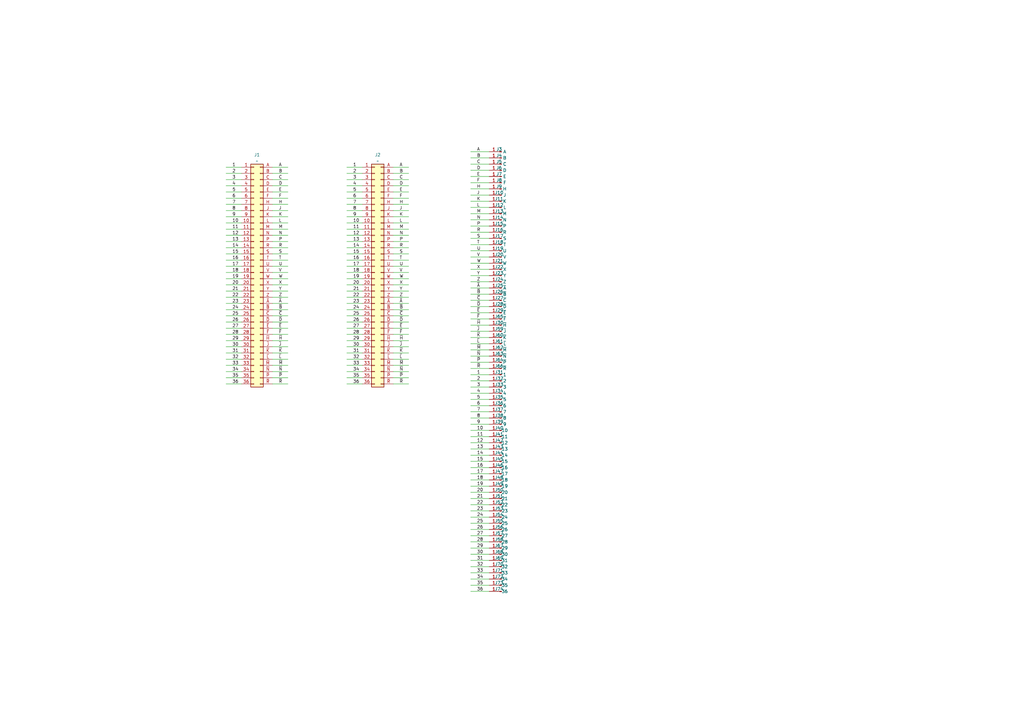
<source format=kicad_sch>
(kicad_sch (version 20231120) (generator "eeschema") (generator_version "8.0")
  (paper "A3")
  (lib_symbols
    (symbol "CompLibrary:Conn_02x36_NumLetter" (pin_names hide)
      (property "Reference" "J" (at 0 0 0))
      (symbol "Conn_02x36_NumLetter_1_1"
        (pin passive line (at -6.35 -2.54 0) (length 3.81) (name "Pin_1") (number "1"))
        (pin passive line (at -6.35 -25.4 0) (length 3.81) (name "Pin_10") (number "10"))
        (pin passive line (at -6.35 -27.94 0) (length 3.81) (name "Pin_11") (number "11"))
        (pin passive line (at -6.35 -30.48 0) (length 3.81) (name "Pin_12") (number "12"))
        (pin passive line (at -6.35 -33.02 0) (length 3.81) (name "Pin_13") (number "13"))
        (pin passive line (at -6.35 -35.56 0) (length 3.81) (name "Pin_14") (number "14"))
        (pin passive line (at -6.35 -38.1 0) (length 3.81) (name "Pin_15") (number "15"))
        (pin passive line (at -6.35 -40.64 0) (length 3.81) (name "Pin_16") (number "16"))
        (pin passive line (at -6.35 -43.18 0) (length 3.81) (name "Pin_17") (number "17"))
        (pin passive line (at -6.35 -45.72 0) (length 3.81) (name "Pin_18") (number "18"))
        (pin passive line (at -6.35 -48.26 0) (length 3.81) (name "Pin_19") (number "19"))
        (pin passive line (at -6.35 -5.08 0) (length 3.81) (name "Pin_2") (number "2"))
        (pin passive line (at -6.35 -50.8 0) (length 3.81) (name "Pin_20") (number "20"))
        (pin passive line (at -6.35 -53.34 0) (length 3.81) (name "Pin_21") (number "21"))
        (pin passive line (at -6.35 -55.88 0) (length 3.81) (name "Pin_22") (number "22"))
        (pin passive line (at -6.35 -58.42 0) (length 3.81) (name "Pin_23") (number "23"))
        (pin passive line (at -6.35 -60.96 0) (length 3.81) (name "Pin_24") (number "24"))
        (pin passive line (at -6.35 -63.5 0) (length 3.81) (name "Pin_25") (number "25"))
        (pin passive line (at -6.35 -66.04 0) (length 3.81) (name "Pin_26") (number "26"))
        (pin passive line (at -6.35 -68.58 0) (length 3.81) (name "Pin_27") (number "27"))
        (pin passive line (at -6.35 -71.12 0) (length 3.81) (name "Pin_28") (number "28"))
        (pin passive line (at -6.35 -73.66 0) (length 3.81) (name "Pin_29") (number "29"))
        (pin passive line (at -6.35 -7.62 0) (length 3.81) (name "Pin_3") (number "3"))
        (pin passive line (at -6.35 -76.2 0) (length 3.81) (name "Pin_30") (number "30"))
        (pin passive line (at -6.35 -78.74 0) (length 3.81) (name "Pin_31") (number "31"))
        (pin passive line (at -6.35 -81.28 0) (length 3.81) (name "Pin_32") (number "32"))
        (pin passive line (at -6.35 -83.82 0) (length 3.81) (name "Pin_33") (number "33"))
        (pin passive line (at -6.35 -86.36 0) (length 3.81) (name "Pin_34") (number "34"))
        (pin passive line (at -6.35 -88.9 0) (length 3.81) (name "Pin_35") (number "35"))
        (pin passive line (at -6.35 -91.44 0) (length 3.81) (name "Pin_36") (number "36"))
        (pin passive line (at -6.35 -10.16 0) (length 3.81) (name "Pin_4") (number "4"))
        (pin passive line (at -6.35 -12.7 0) (length 3.81) (name "Pin_5") (number "5"))
        (pin passive line (at -6.35 -15.24 0) (length 3.81) (name "Pin_6") (number "6"))
        (pin passive line (at -6.35 -17.78 0) (length 3.81) (name "Pin_7") (number "7"))
        (pin passive line (at -6.35 -20.32 0) (length 3.81) (name "Pin_8") (number "8"))
        (pin passive line (at -6.35 -22.86 0) (length 3.81) (name "Pin_9") (number "9"))
        (pin passive line (at 6.35 -2.54 180) (length 3.81) (name "Pin_A") (number "A"))
        (pin passive line (at 6.35 -5.08 180) (length 3.81) (name "Pin_B") (number "B"))
        (pin passive line (at 6.35 -7.62 180) (length 3.81) (name "Pin_C") (number "C"))
        (pin passive line (at 6.35 -10.16 180) (length 3.81) (name "Pin_D") (number "D"))
        (pin passive line (at 6.35 -12.7 180) (length 3.81) (name "Pin_E") (number "E"))
        (pin passive line (at 6.35 -15.24 180) (length 3.81) (name "Pin_F") (number "F"))
        (pin passive line (at 6.35 -17.78 180) (length 3.81) (name "Pin_H") (number "H"))
        (pin passive line (at 6.35 -20.32 180) (length 3.81) (name "Pin_J") (number "J"))
        (pin passive line (at 6.35 -22.86 180) (length 3.81) (name "Pin_K") (number "K"))
        (pin passive line (at 6.35 -25.4 180) (length 3.81) (name "Pin_L") (number "L"))
        (pin passive line (at 6.35 -27.94 180) (length 3.81) (name "Pin_M") (number "M"))
        (pin passive line (at 6.35 -30.48 180) (length 3.81) (name "Pin_N") (number "N"))
        (pin passive line (at 6.35 -33.02 180) (length 3.81) (name "Pin_P") (number "P"))
        (pin passive line (at 6.35 -35.56 180) (length 3.81) (name "Pin_R") (number "R"))
        (pin passive line (at 6.35 -38.1 180) (length 3.81) (name "Pin_S") (number "S"))
        (pin passive line (at 6.35 -40.64 180) (length 3.81) (name "Pin_T") (number "T"))
        (pin passive line (at 6.35 -43.18 180) (length 3.81) (name "Pin_U") (number "U"))
        (pin passive line (at 6.35 -45.72 180) (length 3.81) (name "Pin_V") (number "V"))
        (pin passive line (at 6.35 -48.26 180) (length 3.81) (name "Pin_W") (number "W"))
        (pin passive line (at 6.35 -50.8 180) (length 3.81) (name "Pin_X") (number "X"))
        (pin passive line (at 6.35 -53.34 180) (length 3.81) (name "Pin_Y") (number "Y"))
        (pin passive line (at 6.35 -55.88 180) (length 3.81) (name "Pin_Z") (number "Z"))
        (pin passive line (at 6.35 -58.42 180) (length 3.81) (name "Pin_~{A}") (number "~{A}"))
        (pin passive line (at 6.35 -60.96 180) (length 3.81) (name "Pin_~{B}") (number "~{B}"))
        (pin passive line (at 6.35 -63.5 180) (length 3.81) (name "Pin_~{C}") (number "~{C}"))
        (pin passive line (at 6.35 -66.04 180) (length 3.81) (name "Pin_~{D}") (number "~{D}"))
        (pin passive line (at 6.35 -68.58 180) (length 3.81) (name "Pin_~{E}") (number "~{E}"))
        (pin passive line (at 6.35 -71.12 180) (length 3.81) (name "Pin_~{F}") (number "~{F}"))
        (pin passive line (at 6.35 -73.66 180) (length 3.81) (name "Pin_~{H}") (number "~{H}"))
        (pin passive line (at 6.35 -76.2 180) (length 3.81) (name "Pin_~{J}") (number "~{J}"))
        (pin passive line (at 6.35 -78.74 180) (length 3.81) (name "Pin_~{K}") (number "~{K}"))
        (pin passive line (at 6.35 -81.28 180) (length 3.81) (name "Pin_~{L}") (number "~{L}"))
        (pin passive line (at 6.35 -83.82 180) (length 3.81) (name "Pin_~{M}") (number "~{M}"))
        (pin passive line (at 6.35 -86.36 180) (length 3.81) (name "Pin_~{N}") (number "~{N}"))
        (pin passive line (at 6.35 -88.9 180) (length 3.81) (name "Pin_~{P}") (number "~{P}"))
        (pin passive line (at 6.35 -91.44 180) (length 3.81) (name "Pin_~{R}") (number "~{R}"))
      )
    )
    (symbol "Connector:Conn_01x01_Pin" (pin_names (offset 1.016) hide)
      (property "Reference" "J" (at 0 2.54 0))
      (property "Value" "Conn_01x01_Pin" (at 0 -2.54 0))
      (symbol "Conn_01x01_Pin_1_1"
        (pin passive line (at 5.08 0 180) (length 3.81) (name "Pin_1") (number "1"))
      )
    )
  )
  (wire (pts (xy 193.04 242.57) (xy 200.66 242.57)))
  (wire (pts (xy 142.24 119.38) (xy 148.59 119.38)))
  (wire (pts (xy 111.76 68.58) (xy 118.11 68.58)))
  (wire (pts (xy 161.29 86.36) (xy 167.64 86.36)))
  (wire (pts (xy 193.04 227.33) (xy 200.66 227.33)))
  (wire (pts (xy 111.76 116.84) (xy 118.11 116.84)))
  (wire (pts (xy 193.04 214.63) (xy 200.66 214.63)))
  (wire (pts (xy 142.24 124.46) (xy 148.59 124.46)))
  (wire (pts (xy 193.04 173.99) (xy 200.66 173.99)))
  (wire (pts (xy 193.04 74.93) (xy 200.66 74.93)))
  (wire (pts (xy 142.24 132.08) (xy 148.59 132.08)))
  (wire (pts (xy 161.29 152.4) (xy 167.64 152.4)))
  (wire (pts (xy 161.29 88.9) (xy 167.64 88.9)))
  (wire (pts (xy 92.71 157.48) (xy 99.06 157.48)))
  (wire (pts (xy 193.04 232.41) (xy 200.66 232.41)))
  (wire (pts (xy 193.04 179.07) (xy 200.66 179.07)))
  (wire (pts (xy 193.04 105.41) (xy 200.66 105.41)))
  (wire (pts (xy 142.24 81.28) (xy 148.59 81.28)))
  (wire (pts (xy 193.04 199.39) (xy 200.66 199.39)))
  (wire (pts (xy 193.04 237.49) (xy 200.66 237.49)))
  (wire (pts (xy 111.76 78.74) (xy 118.11 78.74)))
  (wire (pts (xy 92.71 139.7) (xy 99.06 139.7)))
  (wire (pts (xy 193.04 143.51) (xy 200.66 143.51)))
  (wire (pts (xy 193.04 222.25) (xy 200.66 222.25)))
  (wire (pts (xy 193.04 184.15) (xy 200.66 184.15)))
  (wire (pts (xy 142.24 121.92) (xy 148.59 121.92)))
  (wire (pts (xy 92.71 93.98) (xy 99.06 93.98)))
  (wire (pts (xy 161.29 78.74) (xy 167.64 78.74)))
  (wire (pts (xy 111.76 144.78) (xy 118.11 144.78)))
  (wire (pts (xy 111.76 132.08) (xy 118.11 132.08)))
  (wire (pts (xy 161.29 73.66) (xy 167.64 73.66)))
  (wire (pts (xy 142.24 78.74) (xy 148.59 78.74)))
  (wire (pts (xy 161.29 81.28) (xy 167.64 81.28)))
  (wire (pts (xy 111.76 96.52) (xy 118.11 96.52)))
  (wire (pts (xy 142.24 116.84) (xy 148.59 116.84)))
  (wire (pts (xy 111.76 83.82) (xy 118.11 83.82)))
  (wire (pts (xy 193.04 62.23) (xy 200.66 62.23)))
  (wire (pts (xy 193.04 229.87) (xy 200.66 229.87)))
  (wire (pts (xy 193.04 148.59) (xy 200.66 148.59)))
  (wire (pts (xy 193.04 171.45) (xy 200.66 171.45)))
  (wire (pts (xy 111.76 149.86) (xy 118.11 149.86)))
  (wire (pts (xy 193.04 95.25) (xy 200.66 95.25)))
  (wire (pts (xy 92.71 76.2) (xy 99.06 76.2)))
  (wire (pts (xy 142.24 147.32) (xy 148.59 147.32)))
  (wire (pts (xy 111.76 139.7) (xy 118.11 139.7)))
  (wire (pts (xy 92.71 129.54) (xy 99.06 129.54)))
  (wire (pts (xy 92.71 147.32) (xy 99.06 147.32)))
  (wire (pts (xy 193.04 77.47) (xy 200.66 77.47)))
  (wire (pts (xy 161.29 96.52) (xy 167.64 96.52)))
  (wire (pts (xy 161.29 119.38) (xy 167.64 119.38)))
  (wire (pts (xy 193.04 128.27) (xy 200.66 128.27)))
  (wire (pts (xy 92.71 149.86) (xy 99.06 149.86)))
  (wire (pts (xy 142.24 93.98) (xy 148.59 93.98)))
  (wire (pts (xy 193.04 204.47) (xy 200.66 204.47)))
  (wire (pts (xy 161.29 139.7) (xy 167.64 139.7)))
  (wire (pts (xy 161.29 101.6) (xy 167.64 101.6)))
  (wire (pts (xy 161.29 68.58) (xy 167.64 68.58)))
  (wire (pts (xy 193.04 115.57) (xy 200.66 115.57)))
  (wire (pts (xy 161.29 157.48) (xy 167.64 157.48)))
  (wire (pts (xy 92.71 91.44) (xy 99.06 91.44)))
  (wire (pts (xy 142.24 104.14) (xy 148.59 104.14)))
  (wire (pts (xy 193.04 110.49) (xy 200.66 110.49)))
  (wire (pts (xy 161.29 142.24) (xy 167.64 142.24)))
  (wire (pts (xy 142.24 142.24) (xy 148.59 142.24)))
  (wire (pts (xy 193.04 219.71) (xy 200.66 219.71)))
  (wire (pts (xy 161.29 76.2) (xy 167.64 76.2)))
  (wire (pts (xy 142.24 106.68) (xy 148.59 106.68)))
  (wire (pts (xy 142.24 71.12) (xy 148.59 71.12)))
  (wire (pts (xy 193.04 64.77) (xy 200.66 64.77)))
  (wire (pts (xy 111.76 86.36) (xy 118.11 86.36)))
  (wire (pts (xy 193.04 224.79) (xy 200.66 224.79)))
  (wire (pts (xy 111.76 99.06) (xy 118.11 99.06)))
  (wire (pts (xy 92.71 88.9) (xy 99.06 88.9)))
  (wire (pts (xy 161.29 147.32) (xy 167.64 147.32)))
  (wire (pts (xy 193.04 82.55) (xy 200.66 82.55)))
  (wire (pts (xy 111.76 142.24) (xy 118.11 142.24)))
  (wire (pts (xy 193.04 90.17) (xy 200.66 90.17)))
  (wire (pts (xy 142.24 88.9) (xy 148.59 88.9)))
  (wire (pts (xy 161.29 111.76) (xy 167.64 111.76)))
  (wire (pts (xy 142.24 154.94) (xy 148.59 154.94)))
  (wire (pts (xy 161.29 93.98) (xy 167.64 93.98)))
  (wire (pts (xy 193.04 125.73) (xy 200.66 125.73)))
  (wire (pts (xy 193.04 146.05) (xy 200.66 146.05)))
  (wire (pts (xy 142.24 137.16) (xy 148.59 137.16)))
  (wire (pts (xy 193.04 212.09) (xy 200.66 212.09)))
  (wire (pts (xy 142.24 114.3) (xy 148.59 114.3)))
  (wire (pts (xy 193.04 85.09) (xy 200.66 85.09)))
  (wire (pts (xy 193.04 168.91) (xy 200.66 168.91)))
  (wire (pts (xy 92.71 132.08) (xy 99.06 132.08)))
  (wire (pts (xy 193.04 102.87) (xy 200.66 102.87)))
  (wire (pts (xy 193.04 158.75) (xy 200.66 158.75)))
  (wire (pts (xy 111.76 119.38) (xy 118.11 119.38)))
  (wire (pts (xy 111.76 106.68) (xy 118.11 106.68)))
  (wire (pts (xy 111.76 129.54) (xy 118.11 129.54)))
  (wire (pts (xy 92.71 101.6) (xy 99.06 101.6)))
  (wire (pts (xy 161.29 83.82) (xy 167.64 83.82)))
  (wire (pts (xy 92.71 127) (xy 99.06 127)))
  (wire (pts (xy 111.76 73.66) (xy 118.11 73.66)))
  (wire (pts (xy 142.24 139.7) (xy 148.59 139.7)))
  (wire (pts (xy 92.71 144.78) (xy 99.06 144.78)))
  (wire (pts (xy 161.29 144.78) (xy 167.64 144.78)))
  (wire (pts (xy 193.04 201.93) (xy 200.66 201.93)))
  (wire (pts (xy 92.71 121.92) (xy 99.06 121.92)))
  (wire (pts (xy 161.29 71.12) (xy 167.64 71.12)))
  (wire (pts (xy 92.71 99.06) (xy 99.06 99.06)))
  (wire (pts (xy 193.04 217.17) (xy 200.66 217.17)))
  (wire (pts (xy 111.76 121.92) (xy 118.11 121.92)))
  (wire (pts (xy 142.24 109.22) (xy 148.59 109.22)))
  (wire (pts (xy 92.71 116.84) (xy 99.06 116.84)))
  (wire (pts (xy 193.04 107.95) (xy 200.66 107.95)))
  (wire (pts (xy 92.71 71.12) (xy 99.06 71.12)))
  (wire (pts (xy 193.04 123.19) (xy 200.66 123.19)))
  (wire (pts (xy 142.24 149.86) (xy 148.59 149.86)))
  (wire (pts (xy 92.71 73.66) (xy 99.06 73.66)))
  (wire (pts (xy 142.24 99.06) (xy 148.59 99.06)))
  (wire (pts (xy 92.71 154.94) (xy 99.06 154.94)))
  (wire (pts (xy 161.29 149.86) (xy 167.64 149.86)))
  (wire (pts (xy 161.29 109.22) (xy 167.64 109.22)))
  (wire (pts (xy 111.76 71.12) (xy 118.11 71.12)))
  (wire (pts (xy 111.76 152.4) (xy 118.11 152.4)))
  (wire (pts (xy 92.71 124.46) (xy 99.06 124.46)))
  (wire (pts (xy 193.04 87.63) (xy 200.66 87.63)))
  (wire (pts (xy 161.29 134.62) (xy 167.64 134.62)))
  (wire (pts (xy 193.04 207.01) (xy 200.66 207.01)))
  (wire (pts (xy 193.04 120.65) (xy 200.66 120.65)))
  (wire (pts (xy 193.04 118.11) (xy 200.66 118.11)))
  (wire (pts (xy 142.24 144.78) (xy 148.59 144.78)))
  (wire (pts (xy 142.24 73.66) (xy 148.59 73.66)))
  (wire (pts (xy 142.24 101.6) (xy 148.59 101.6)))
  (wire (pts (xy 142.24 129.54) (xy 148.59 129.54)))
  (wire (pts (xy 92.71 96.52) (xy 99.06 96.52)))
  (wire (pts (xy 161.29 106.68) (xy 167.64 106.68)))
  (wire (pts (xy 111.76 134.62) (xy 118.11 134.62)))
  (wire (pts (xy 161.29 99.06) (xy 167.64 99.06)))
  (wire (pts (xy 193.04 135.89) (xy 200.66 135.89)))
  (wire (pts (xy 111.76 88.9) (xy 118.11 88.9)))
  (wire (pts (xy 193.04 194.31) (xy 200.66 194.31)))
  (wire (pts (xy 142.24 134.62) (xy 148.59 134.62)))
  (wire (pts (xy 111.76 127) (xy 118.11 127)))
  (wire (pts (xy 111.76 137.16) (xy 118.11 137.16)))
  (wire (pts (xy 161.29 114.3) (xy 167.64 114.3)))
  (wire (pts (xy 193.04 163.83) (xy 200.66 163.83)))
  (wire (pts (xy 111.76 104.14) (xy 118.11 104.14)))
  (wire (pts (xy 142.24 157.48) (xy 148.59 157.48)))
  (wire (pts (xy 111.76 154.94) (xy 118.11 154.94)))
  (wire (pts (xy 92.71 111.76) (xy 99.06 111.76)))
  (wire (pts (xy 161.29 127) (xy 167.64 127)))
  (wire (pts (xy 92.71 114.3) (xy 99.06 114.3)))
  (wire (pts (xy 111.76 111.76) (xy 118.11 111.76)))
  (wire (pts (xy 92.71 104.14) (xy 99.06 104.14)))
  (wire (pts (xy 193.04 189.23) (xy 200.66 189.23)))
  (wire (pts (xy 193.04 92.71) (xy 200.66 92.71)))
  (wire (pts (xy 92.71 152.4) (xy 99.06 152.4)))
  (wire (pts (xy 193.04 113.03) (xy 200.66 113.03)))
  (wire (pts (xy 193.04 138.43) (xy 200.66 138.43)))
  (wire (pts (xy 193.04 166.37) (xy 200.66 166.37)))
  (wire (pts (xy 161.29 124.46) (xy 167.64 124.46)))
  (wire (pts (xy 193.04 140.97) (xy 200.66 140.97)))
  (wire (pts (xy 92.71 78.74) (xy 99.06 78.74)))
  (wire (pts (xy 193.04 100.33) (xy 200.66 100.33)))
  (wire (pts (xy 161.29 121.92) (xy 167.64 121.92)))
  (wire (pts (xy 142.24 152.4) (xy 148.59 152.4)))
  (wire (pts (xy 193.04 186.69) (xy 200.66 186.69)))
  (wire (pts (xy 161.29 137.16) (xy 167.64 137.16)))
  (wire (pts (xy 161.29 129.54) (xy 167.64 129.54)))
  (wire (pts (xy 92.71 68.58) (xy 99.06 68.58)))
  (wire (pts (xy 111.76 147.32) (xy 118.11 147.32)))
  (wire (pts (xy 111.76 101.6) (xy 118.11 101.6)))
  (wire (pts (xy 92.71 106.68) (xy 99.06 106.68)))
  (wire (pts (xy 193.04 196.85) (xy 200.66 196.85)))
  (wire (pts (xy 142.24 91.44) (xy 148.59 91.44)))
  (wire (pts (xy 193.04 153.67) (xy 200.66 153.67)))
  (wire (pts (xy 161.29 154.94) (xy 167.64 154.94)))
  (wire (pts (xy 111.76 114.3) (xy 118.11 114.3)))
  (wire (pts (xy 193.04 161.29) (xy 200.66 161.29)))
  (wire (pts (xy 193.04 67.31) (xy 200.66 67.31)))
  (wire (pts (xy 161.29 91.44) (xy 167.64 91.44)))
  (wire (pts (xy 193.04 240.03) (xy 200.66 240.03)))
  (wire (pts (xy 193.04 151.13) (xy 200.66 151.13)))
  (wire (pts (xy 193.04 176.53) (xy 200.66 176.53)))
  (wire (pts (xy 193.04 181.61) (xy 200.66 181.61)))
  (wire (pts (xy 193.04 130.81) (xy 200.66 130.81)))
  (wire (pts (xy 142.24 96.52) (xy 148.59 96.52)))
  (wire (pts (xy 92.71 134.62) (xy 99.06 134.62)))
  (wire (pts (xy 161.29 132.08) (xy 167.64 132.08)))
  (wire (pts (xy 142.24 76.2) (xy 148.59 76.2)))
  (wire (pts (xy 92.71 109.22) (xy 99.06 109.22)))
  (wire (pts (xy 92.71 142.24) (xy 99.06 142.24)))
  (wire (pts (xy 193.04 72.39) (xy 200.66 72.39)))
  (wire (pts (xy 193.04 133.35) (xy 200.66 133.35)))
  (wire (pts (xy 193.04 80.01) (xy 200.66 80.01)))
  (wire (pts (xy 111.76 81.28) (xy 118.11 81.28)))
  (wire (pts (xy 142.24 127) (xy 148.59 127)))
  (wire (pts (xy 111.76 93.98) (xy 118.11 93.98)))
  (wire (pts (xy 111.76 124.46) (xy 118.11 124.46)))
  (wire (pts (xy 193.04 191.77) (xy 200.66 191.77)))
  (wire (pts (xy 193.04 97.79) (xy 200.66 97.79)))
  (wire (pts (xy 193.04 234.95) (xy 200.66 234.95)))
  (wire (pts (xy 161.29 104.14) (xy 167.64 104.14)))
  (wire (pts (xy 111.76 91.44) (xy 118.11 91.44)))
  (wire (pts (xy 193.04 209.55) (xy 200.66 209.55)))
  (wire (pts (xy 92.71 119.38) (xy 99.06 119.38)))
  (wire (pts (xy 161.29 116.84) (xy 167.64 116.84)))
  (wire (pts (xy 111.76 109.22) (xy 118.11 109.22)))
  (wire (pts (xy 193.04 156.21) (xy 200.66 156.21)))
  (wire (pts (xy 193.04 69.85) (xy 200.66 69.85)))
  (wire (pts (xy 92.71 83.82) (xy 99.06 83.82)))
  (wire (pts (xy 92.71 137.16) (xy 99.06 137.16)))
  (wire (pts (xy 142.24 83.82) (xy 148.59 83.82)))
  (wire (pts (xy 92.71 81.28) (xy 99.06 81.28)))
  (wire (pts (xy 142.24 86.36) (xy 148.59 86.36)))
  (wire (pts (xy 92.71 86.36) (xy 99.06 86.36)))
  (wire (pts (xy 142.24 111.76) (xy 148.59 111.76)))
  (wire (pts (xy 111.76 157.48) (xy 118.11 157.48)))
  (wire (pts (xy 111.76 76.2) (xy 118.11 76.2)))
  (wire (pts (xy 142.24 68.58) (xy 148.59 68.58)))
  (label "19" (at 144.78 114.3 0))
  (label "9" (at 95.25 88.9 0))
  (label "~{L}" (at 163.83 147.32 0))
  (label "M" (at 114.3 93.98 0))
  (label "27" (at 95.25 134.62 0))
  (label "28" (at 144.78 137.16 0))
  (label "~{P}" (at 163.83 154.94 0))
  (label "25" (at 95.25 129.54 0))
  (label "35" (at 195.58 240.03 0))
  (label "~{H}" (at 195.58 133.35 0))
  (label "16" (at 95.25 106.68 0))
  (label "34" (at 195.58 237.49 0))
  (label "33" (at 195.58 234.95 0))
  (label "21" (at 195.58 204.47 0))
  (label "35" (at 144.78 154.94 0))
  (label "K" (at 163.83 88.9 0))
  (label "32" (at 195.58 232.41 0))
  (label "B" (at 163.83 71.12 0))
  (label "14" (at 144.78 101.6 0))
  (label "13" (at 95.25 99.06 0))
  (label "M" (at 163.83 93.98 0))
  (label "R" (at 163.83 101.6 0))
  (label "~{A}" (at 195.58 118.11 0))
  (label "30" (at 144.78 142.24 0))
  (label "D" (at 114.3 76.2 0))
  (label "15" (at 195.58 189.23 0))
  (label "D" (at 195.58 69.85 0))
  (label "S" (at 195.58 97.79 0))
  (label "~{N}" (at 114.3 152.4 0))
  (label "W" (at 195.58 107.95 0))
  (label "18" (at 195.58 196.85 0))
  (label "~{N}" (at 195.58 146.05 0))
  (label "21" (at 95.25 119.38 0))
  (label "~{P}" (at 114.3 154.94 0))
  (label "26" (at 95.25 132.08 0))
  (label "F" (at 163.83 81.28 0))
  (label "36" (at 195.58 242.57 0))
  (label "10" (at 144.78 91.44 0))
  (label "4" (at 195.58 161.29 0))
  (label "S" (at 114.3 104.14 0))
  (label "~{R}" (at 114.3 157.48 0))
  (label "~{F}" (at 163.83 137.16 0))
  (label "25" (at 195.58 214.63 0))
  (label "V" (at 195.58 105.41 0))
  (label "C" (at 163.83 73.66 0))
  (label "N" (at 195.58 90.17 0))
  (label "~{C}" (at 163.83 129.54 0))
  (label "2" (at 195.58 156.21 0))
  (label "7" (at 195.58 168.91 0))
  (label "23" (at 195.58 209.55 0))
  (label "~{M}" (at 195.58 143.51 0))
  (label "4" (at 144.78 76.2 0))
  (label "23" (at 95.25 124.46 0))
  (label "J" (at 195.58 80.01 0))
  (label "3" (at 195.58 158.75 0))
  (label "13" (at 195.58 184.15 0))
  (label "Y" (at 114.3 119.38 0))
  (label "~{E}" (at 114.3 134.62 0))
  (label "17" (at 95.25 109.22 0))
  (label "5" (at 95.25 78.74 0))
  (label "~{D}" (at 114.3 132.08 0))
  (label "8" (at 95.25 86.36 0))
  (label "~{L}" (at 195.58 140.97 0))
  (label "1" (at 144.78 68.58 0))
  (label "7" (at 144.78 83.82 0))
  (label "K" (at 114.3 88.9 0))
  (label "~{M}" (at 114.3 149.86 0))
  (label "9" (at 195.58 173.99 0))
  (label "32" (at 144.78 147.32 0))
  (label "23" (at 144.78 124.46 0))
  (label "36" (at 95.25 157.48 0))
  (label "~{H}" (at 163.83 139.7 0))
  (label "~{D}" (at 195.58 125.73 0))
  (label "~{R}" (at 195.58 151.13 0))
  (label "15" (at 95.25 104.14 0))
  (label "15" (at 144.78 104.14 0))
  (label "M" (at 195.58 87.63 0))
  (label "F" (at 195.58 74.93 0))
  (label "~{K}" (at 163.83 144.78 0))
  (label "Z" (at 195.58 115.57 0))
  (label "~{E}" (at 195.58 128.27 0))
  (label "24" (at 195.58 212.09 0))
  (label "34" (at 144.78 152.4 0))
  (label "6" (at 95.25 81.28 0))
  (label "16" (at 195.58 191.77 0))
  (label "D" (at 163.83 76.2 0))
  (label "29" (at 144.78 139.7 0))
  (label "26" (at 144.78 132.08 0))
  (label "~{B}" (at 163.83 127 0))
  (label "A" (at 163.83 68.58 0))
  (label "2" (at 144.78 71.12 0))
  (label "Z" (at 114.3 121.92 0))
  (label "Y" (at 163.83 119.38 0))
  (label "J" (at 114.3 86.36 0))
  (label "V" (at 114.3 111.76 0))
  (label "B" (at 195.58 64.77 0))
  (label "J" (at 163.83 86.36 0))
  (label "P" (at 114.3 99.06 0))
  (label "~{A}" (at 163.83 124.46 0))
  (label "27" (at 195.58 219.71 0))
  (label "17" (at 144.78 109.22 0))
  (label "N" (at 163.83 96.52 0))
  (label "X" (at 163.83 116.84 0))
  (label "8" (at 144.78 86.36 0))
  (label "22" (at 195.58 207.01 0))
  (label "27" (at 144.78 134.62 0))
  (label "21" (at 144.78 119.38 0))
  (label "F" (at 114.3 81.28 0))
  (label "14" (at 95.25 101.6 0))
  (label "~{N}" (at 163.83 152.4 0))
  (label "30" (at 95.25 142.24 0))
  (label "31" (at 144.78 144.78 0))
  (label "R" (at 195.58 95.25 0))
  (label "20" (at 195.58 201.93 0))
  (label "R" (at 114.3 101.6 0))
  (label "~{P}" (at 195.58 148.59 0))
  (label "9" (at 144.78 88.9 0))
  (label "28" (at 95.25 137.16 0))
  (label "E" (at 195.58 72.39 0))
  (label "29" (at 195.58 224.79 0))
  (label "31" (at 195.58 229.87 0))
  (label "~{K}" (at 195.58 138.43 0))
  (label "10" (at 195.58 176.53 0))
  (label "5" (at 144.78 78.74 0))
  (label "U" (at 114.3 109.22 0))
  (label "3" (at 95.25 73.66 0))
  (label "19" (at 95.25 114.3 0))
  (label "~{K}" (at 114.3 144.78 0))
  (label "33" (at 95.25 149.86 0))
  (label "1" (at 95.25 68.58 0))
  (label "C" (at 195.58 67.31 0))
  (label "~{F}" (at 195.58 130.81 0))
  (label "30" (at 195.58 227.33 0))
  (label "14" (at 195.58 186.69 0))
  (label "3" (at 144.78 73.66 0))
  (label "35" (at 95.25 154.94 0))
  (label "24" (at 95.25 127 0))
  (label "4" (at 95.25 76.2 0))
  (label "H" (at 163.83 83.82 0))
  (label "A" (at 195.58 62.23 0))
  (label "T" (at 195.58 100.33 0))
  (label "18" (at 144.78 111.76 0))
  (label "17" (at 195.58 194.31 0))
  (label "11" (at 95.25 93.98 0))
  (label "~{R}" (at 163.83 157.48 0))
  (label "B" (at 114.3 71.12 0))
  (label "~{H}" (at 114.3 139.7 0))
  (label "31" (at 95.25 144.78 0))
  (label "24" (at 144.78 127 0))
  (label "2" (at 95.25 71.12 0))
  (label "C" (at 114.3 73.66 0))
  (label "L" (at 195.58 85.09 0))
  (label "E" (at 163.83 78.74 0))
  (label "~{E}" (at 163.83 134.62 0))
  (label "H" (at 195.58 77.47 0))
  (label "34" (at 95.25 152.4 0))
  (label "~{D}" (at 163.83 132.08 0))
  (label "13" (at 144.78 99.06 0))
  (label "Y" (at 195.58 113.03 0))
  (label "25" (at 144.78 129.54 0))
  (label "T" (at 163.83 106.68 0))
  (label "S" (at 163.83 104.14 0))
  (label "22" (at 144.78 121.92 0))
  (label "32" (at 95.25 147.32 0))
  (label "A" (at 114.3 68.58 0))
  (label "W" (at 163.83 114.3 0))
  (label "29" (at 95.25 139.7 0))
  (label "8" (at 195.58 171.45 0))
  (label "~{C}" (at 195.58 123.19 0))
  (label "19" (at 195.58 199.39 0))
  (label "V" (at 163.83 111.76 0))
  (label "20" (at 95.25 116.84 0))
  (label "18" (at 95.25 111.76 0))
  (label "~{C}" (at 114.3 129.54 0))
  (label "11" (at 144.78 93.98 0))
  (label "W" (at 114.3 114.3 0))
  (label "P" (at 163.83 99.06 0))
  (label "5" (at 195.58 163.83 0))
  (label "L" (at 114.3 91.44 0))
  (label "U" (at 195.58 102.87 0))
  (label "~{B}" (at 195.58 120.65 0))
  (label "L" (at 163.83 91.44 0))
  (label "U" (at 163.83 109.22 0))
  (label "H" (at 114.3 83.82 0))
  (label "16" (at 144.78 106.68 0))
  (label "Z" (at 163.83 121.92 0))
  (label "~{A}" (at 114.3 124.46 0))
  (label "~{F}" (at 114.3 137.16 0))
  (label "~{L}" (at 114.3 147.32 0))
  (label "6" (at 144.78 81.28 0))
  (label "P" (at 195.58 92.71 0))
  (label "E" (at 114.3 78.74 0))
  (label "28" (at 195.58 222.25 0))
  (label "K" (at 195.58 82.55 0))
  (label "22" (at 95.25 121.92 0))
  (label "26" (at 195.58 217.17 0))
  (label "12" (at 144.78 96.52 0))
  (label "11" (at 195.58 179.07 0))
  (label "X" (at 114.3 116.84 0))
  (label "~{J}" (at 163.83 142.24 0))
  (label "~{J}" (at 114.3 142.24 0))
  (label "6" (at 195.58 166.37 0))
  (label "~{M}" (at 163.83 149.86 0))
  (label "~{J}" (at 195.58 135.89 0))
  (label "T" (at 114.3 106.68 0))
  (label "~{B}" (at 114.3 127 0))
  (label "1" (at 195.58 153.67 0))
  (label "7" (at 95.25 83.82 0))
  (label "12" (at 195.58 181.61 0))
  (label "X" (at 195.58 110.49 0))
  (label "36" (at 144.78 157.48 0))
  (label "N" (at 114.3 96.52 0))
  (label "20" (at 144.78 116.84 0))
  (label "33" (at 144.78 149.86 0))
  (label "12" (at 95.25 96.52 0))
  (label "10" (at 95.25 91.44 0))
  (symbol (lib_id "Connector:Conn_01x01_Pin") (at 205.74 163.83 180) (unit 1)
    (property "Reference" "J35" (at 204.724 162.814 0))
    (property "Value" "5" (at 207.01 163.83 0))
    (property "Footprint" "Connector_PinHeader_2.54mm:PinHeader_1x01_P2.54mm_Vertical" (effects (hide yes)))
    (property "Description" "Generic connector, single row, 01x01, script generated" (effects (hide yes)))
  )
  (symbol (lib_id "Connector:Conn_01x01_Pin") (at 205.74 240.03 180) (unit 1)
    (property "Reference" "J73" (at 204.724 239.014 0))
    (property "Value" "35" (at 207.01 240.03 0))
    (property "Footprint" "Connector_PinHeader_2.54mm:PinHeader_1x01_P2.54mm_Vertical" (effects (hide yes)))
    (property "Description" "Generic connector, single row, 01x01, script generated" (effects (hide yes)))
  )
  (symbol (lib_id "Connector:Conn_01x01_Pin") (at 205.74 234.95 180) (unit 1)
    (property "Reference" "J71" (at 204.724 233.934 0))
    (property "Value" "33" (at 207.01 234.95 0))
    (property "Footprint" "Connector_PinHeader_2.54mm:PinHeader_1x01_P2.54mm_Vertical" (effects (hide yes)))
    (property "Description" "Generic connector, single row, 01x01, script generated" (effects (hide yes)))
  )
  (symbol (lib_id "Connector:Conn_01x01_Pin") (at 205.74 191.77 180) (unit 1)
    (property "Reference" "J46" (at 204.724 190.754 0))
    (property "Value" "16" (at 207.01 191.77 0))
    (property "Footprint" "Connector_PinHeader_2.54mm:PinHeader_1x01_P2.54mm_Vertical" (effects (hide yes)))
    (property "Description" "Generic connector, single row, 01x01, script generated" (effects (hide yes)))
  )
  (symbol (lib_id "Connector:Conn_01x01_Pin") (at 205.74 189.23 180) (unit 1)
    (property "Reference" "J45" (at 204.724 188.214 0))
    (property "Value" "15" (at 207.01 189.23 0))
    (property "Footprint" "Connector_PinHeader_2.54mm:PinHeader_1x01_P2.54mm_Vertical" (effects (hide yes)))
    (property "Description" "Generic connector, single row, 01x01, script generated" (effects (hide yes)))
  )
  (symbol (lib_id "Connector:Conn_01x01_Pin") (at 205.74 196.85 180) (unit 1)
    (property "Reference" "J48" (at 204.724 195.834 0))
    (property "Value" "18" (at 207.01 196.85 0))
    (property "Footprint" "Connector_PinHeader_2.54mm:PinHeader_1x01_P2.54mm_Vertical" (effects (hide yes)))
    (property "Description" "Generic connector, single row, 01x01, script generated" (effects (hide yes)))
  )
  (symbol (lib_id "Connector:Conn_01x01_Pin") (at 205.74 130.81 180) (unit 1)
    (property "Reference" "J65" (at 204.724 129.794 0))
    (property "Value" "~{F}" (at 207.01 130.81 0))
    (property "Footprint" "Connector_PinHeader_2.54mm:PinHeader_1x01_P2.54mm_Vertical" (effects (hide yes)))
    (property "Description" "Generic connector, single row, 01x01, script generated" (effects (hide yes)))
  )
  (symbol (lib_id "Connector:Conn_01x01_Pin") (at 205.74 204.47 180) (unit 1)
    (property "Reference" "J51" (at 204.724 203.454 0))
    (property "Value" "21" (at 207.01 204.47 0))
    (property "Footprint" "Connector_PinHeader_2.54mm:PinHeader_1x01_P2.54mm_Vertical" (effects (hide yes)))
    (property "Description" "Generic connector, single row, 01x01, script generated" (effects (hide yes)))
  )
  (symbol (lib_id "Connector:Conn_01x01_Pin") (at 205.74 123.19 180) (unit 1)
    (property "Reference" "J27" (at 204.724 122.174 0))
    (property "Value" "~{C}" (at 207.01 123.19 0))
    (property "Footprint" "Connector_PinHeader_2.54mm:PinHeader_1x01_P2.54mm_Vertical" (effects (hide yes)))
    (property "Description" "Generic connector, single row, 01x01, script generated" (effects (hide yes)))
  )
  (symbol (lib_id "Connector:Conn_01x01_Pin") (at 205.74 140.97 180) (unit 1)
    (property "Reference" "J61" (at 204.724 139.954 0))
    (property "Value" "~{L}" (at 207.01 140.97 0))
    (property "Footprint" "Connector_PinHeader_2.54mm:PinHeader_1x01_P2.54mm_Vertical" (effects (hide yes)))
    (property "Description" "Generic connector, single row, 01x01, script generated" (effects (hide yes)))
  )
  (symbol (lib_id "Connector:Conn_01x01_Pin") (at 205.74 69.85 180) (unit 1)
    (property "Reference" "J6" (at 204.724 68.834 0))
    (property "Value" "D" (at 207.01 69.85 0))
    (property "Footprint" "Connector_PinHeader_2.54mm:PinHeader_1x01_P2.54mm_Vertical" (effects (hide yes)))
    (property "Description" "Generic connector, single row, 01x01, script generated" (effects (hide yes)))
  )
  (symbol (lib_id "Connector:Conn_01x01_Pin") (at 205.74 74.93 180) (unit 1)
    (property "Reference" "J8" (at 204.724 73.914 0))
    (property "Value" "F" (at 207.01 74.93 0))
    (property "Footprint" "Connector_PinHeader_2.54mm:PinHeader_1x01_P2.54mm_Vertical" (effects (hide yes)))
    (property "Description" "Generic connector, single row, 01x01, script generated" (effects (hide yes)))
  )
  (symbol (lib_id "Connector:Conn_01x01_Pin") (at 205.74 201.93 180) (unit 1)
    (property "Reference" "J50" (at 204.724 200.914 0))
    (property "Value" "20" (at 207.01 201.93 0))
    (property "Footprint" "Connector_PinHeader_2.54mm:PinHeader_1x01_P2.54mm_Vertical" (effects (hide yes)))
    (property "Description" "Generic connector, single row, 01x01, script generated" (effects (hide yes)))
  )
  (symbol (lib_id "Connector:Conn_01x01_Pin") (at 205.74 212.09 180) (unit 1)
    (property "Reference" "J54" (at 204.724 211.074 0))
    (property "Value" "24" (at 207.01 212.09 0))
    (property "Footprint" "Connector_PinHeader_2.54mm:PinHeader_1x01_P2.54mm_Vertical" (effects (hide yes)))
    (property "Description" "Generic connector, single row, 01x01, script generated" (effects (hide yes)))
  )
  (symbol (lib_id "Connector:Conn_01x01_Pin") (at 205.74 87.63 180) (unit 1)
    (property "Reference" "J13" (at 204.724 86.614 0))
    (property "Value" "M" (at 207.01 87.63 0))
    (property "Footprint" "Connector_PinHeader_2.54mm:PinHeader_1x01_P2.54mm_Vertical" (effects (hide yes)))
    (property "Description" "Generic connector, single row, 01x01, script generated" (effects (hide yes)))
  )
  (symbol (lib_id "Connector:Conn_01x01_Pin") (at 205.74 148.59 180) (unit 1)
    (property "Reference" "J64" (at 204.724 147.574 0))
    (property "Value" "~{P}" (at 207.01 148.59 0))
    (property "Footprint" "Connector_PinHeader_2.54mm:PinHeader_1x01_P2.54mm_Vertical" (effects (hide yes)))
    (property "Description" "Generic connector, single row, 01x01, script generated" (effects (hide yes)))
  )
  (symbol (lib_id "Connector:Conn_01x01_Pin") (at 205.74 194.31 180) (unit 1)
    (property "Reference" "J47" (at 204.724 193.294 0))
    (property "Value" "17" (at 207.01 194.31 0))
    (property "Footprint" "Connector_PinHeader_2.54mm:PinHeader_1x01_P2.54mm_Vertical" (effects (hide yes)))
    (property "Description" "Generic connector, single row, 01x01, script generated" (effects (hide yes)))
  )
  (symbol (lib_id "Connector:Conn_01x01_Pin") (at 205.74 67.31 180) (unit 1)
    (property "Reference" "J5" (at 204.724 66.294 0))
    (property "Value" "C" (at 207.01 67.31 0))
    (property "Footprint" "Connector_PinHeader_2.54mm:PinHeader_1x01_P2.54mm_Vertical" (effects (hide yes)))
    (property "Description" "Generic connector, single row, 01x01, script generated" (effects (hide yes)))
  )
  (symbol (lib_id "Connector:Conn_01x01_Pin") (at 205.74 151.13 180) (unit 1)
    (property "Reference" "J66" (at 204.724 150.114 0))
    (property "Value" "~{R}" (at 207.01 151.13 0))
    (property "Footprint" "Connector_PinHeader_2.54mm:PinHeader_1x01_P2.54mm_Vertical" (effects (hide yes)))
    (property "Description" "Generic connector, single row, 01x01, script generated" (effects (hide yes)))
  )
  (symbol (lib_id "Connector:Conn_01x01_Pin") (at 205.74 222.25 180) (unit 1)
    (property "Reference" "J58" (at 204.724 221.234 0))
    (property "Value" "28" (at 207.01 222.25 0))
    (property "Footprint" "Connector_PinHeader_2.54mm:PinHeader_1x01_P2.54mm_Vertical" (effects (hide yes)))
    (property "Description" "Generic connector, single row, 01x01, script generated" (effects (hide yes)))
  )
  (symbol (lib_id "Connector:Conn_01x01_Pin") (at 205.74 102.87 180) (unit 1)
    (property "Reference" "J19" (at 204.724 101.854 0))
    (property "Value" "U" (at 207.01 102.87 0))
    (property "Footprint" "Connector_PinHeader_2.54mm:PinHeader_1x01_P2.54mm_Vertical" (effects (hide yes)))
    (property "Description" "Generic connector, single row, 01x01, script generated" (effects (hide yes)))
  )
  (symbol (lib_id "Connector:Conn_01x01_Pin") (at 205.74 105.41 180) (unit 1)
    (property "Reference" "J20" (at 204.724 104.394 0))
    (property "Value" "V" (at 207.01 105.41 0))
    (property "Footprint" "Connector_PinHeader_2.54mm:PinHeader_1x01_P2.54mm_Vertical" (effects (hide yes)))
    (property "Description" "Generic connector, single row, 01x01, script generated" (effects (hide yes)))
  )
  (symbol (lib_id "Connector:Conn_01x01_Pin") (at 205.74 135.89 180) (unit 1)
    (property "Reference" "J59" (at 204.724 134.874 0))
    (property "Value" "~{J}" (at 207.01 135.89 0))
    (property "Footprint" "Connector_PinHeader_2.54mm:PinHeader_1x01_P2.54mm_Vertical" (effects (hide yes)))
    (property "Description" "Generic connector, single row, 01x01, script generated" (effects (hide yes)))
  )
  (symbol (lib_id "Connector:Conn_01x01_Pin") (at 205.74 133.35 180) (unit 1)
    (property "Reference" "J30" (at 204.724 132.334 0))
    (property "Value" "~{H}" (at 207.01 133.35 0))
    (property "Footprint" "Connector_PinHeader_2.54mm:PinHeader_1x01_P2.54mm_Vertical" (effects (hide yes)))
    (property "Description" "Generic connector, single row, 01x01, script generated" (effects (hide yes)))
  )
  (symbol (lib_id "Connector:Conn_01x01_Pin") (at 205.74 219.71 180) (unit 1)
    (property "Reference" "J57" (at 204.724 218.694 0))
    (property "Value" "27" (at 207.01 219.71 0))
    (property "Footprint" "Connector_PinHeader_2.54mm:PinHeader_1x01_P2.54mm_Vertical" (effects (hide yes)))
    (property "Description" "Generic connector, single row, 01x01, script generated" (effects (hide yes)))
  )
  (symbol (lib_id "Connector:Conn_01x01_Pin") (at 205.74 229.87 180) (unit 1)
    (property "Reference" "J69" (at 204.724 228.854 0))
    (property "Value" "31" (at 207.01 229.87 0))
    (property "Footprint" "Connector_PinHeader_2.54mm:PinHeader_1x01_P2.54mm_Vertical" (effects (hide yes)))
    (property "Description" "Generic connector, single row, 01x01, script generated" (effects (hide yes)))
  )
  (symbol (lib_id "Connector:Conn_01x01_Pin") (at 205.74 95.25 180) (unit 1)
    (property "Reference" "J16" (at 204.724 94.234 0))
    (property "Value" "R" (at 207.01 95.25 0))
    (property "Footprint" "Connector_PinHeader_2.54mm:PinHeader_1x01_P2.54mm_Vertical" (effects (hide yes)))
    (property "Description" "Generic connector, single row, 01x01, script generated" (effects (hide yes)))
  )
  (symbol (lib_id "Connector:Conn_01x01_Pin") (at 205.74 217.17 180) (unit 1)
    (property "Reference" "J56" (at 204.724 216.154 0))
    (property "Value" "26" (at 207.01 217.17 0))
    (property "Footprint" "Connector_PinHeader_2.54mm:PinHeader_1x01_P2.54mm_Vertical" (effects (hide yes)))
    (property "Description" "Generic connector, single row, 01x01, script generated" (effects (hide yes)))
  )
  (symbol (lib_id "Connector:Conn_01x01_Pin") (at 205.74 120.65 180) (unit 1)
    (property "Reference" "J26" (at 204.724 119.634 0))
    (property "Value" "~{B}" (at 207.01 120.65 0))
    (property "Footprint" "Connector_PinHeader_2.54mm:PinHeader_1x01_P2.54mm_Vertical" (effects (hide yes)))
    (property "Description" "Generic connector, single row, 01x01, script generated" (effects (hide yes)))
  )
  (symbol (lib_id "Connector:Conn_01x01_Pin") (at 205.74 110.49 180) (unit 1)
    (property "Reference" "J22" (at 204.724 109.474 0))
    (property "Value" "X" (at 207.01 110.49 0))
    (property "Footprint" "Connector_PinHeader_2.54mm:PinHeader_1x01_P2.54mm_Vertical" (effects (hide yes)))
    (property "Description" "Generic connector, single row, 01x01, script generated" (effects (hide yes)))
  )
  (symbol (lib_id "Connector:Conn_01x01_Pin") (at 205.74 128.27 180) (unit 1)
    (property "Reference" "J29" (at 204.724 127.254 0))
    (property "Value" "~{E}" (at 207.01 128.27 0))
    (property "Footprint" "Connector_PinHeader_2.54mm:PinHeader_1x01_P2.54mm_Vertical" (effects (hide yes)))
    (property "Description" "Generic connector, single row, 01x01, script generated" (effects (hide yes)))
  )
  (symbol (lib_id "Connector:Conn_01x01_Pin") (at 205.74 199.39 180) (unit 1)
    (property "Reference" "J49" (at 204.724 198.374 0))
    (property "Value" "19" (at 207.01 199.39 0))
    (property "Footprint" "Connector_PinHeader_2.54mm:PinHeader_1x01_P2.54mm_Vertical" (effects (hide yes)))
    (property "Description" "Generic connector, single row, 01x01, script generated" (effects (hide yes)))
  )
  (symbol (lib_id "Connector:Conn_01x01_Pin") (at 205.74 214.63 180) (unit 1)
    (property "Reference" "J55" (at 204.724 213.614 0))
    (property "Value" "25" (at 207.01 214.63 0))
    (property "Footprint" "Connector_PinHeader_2.54mm:PinHeader_1x01_P2.54mm_Vertical" (effects (hide yes)))
    (property "Description" "Generic connector, single row, 01x01, script generated" (effects (hide yes)))
  )
  (symbol (lib_id "Connector:Conn_01x01_Pin") (at 205.74 72.39 180) (unit 1)
    (property "Reference" "J7" (at 204.724 71.374 0))
    (property "Value" "E" (at 207.01 72.39 0))
    (property "Footprint" "Connector_PinHeader_2.54mm:PinHeader_1x01_P2.54mm_Vertical" (effects (hide yes)))
    (property "Description" "Generic connector, single row, 01x01, script generated" (effects (hide yes)))
  )
  (symbol (lib_id "Connector:Conn_01x01_Pin") (at 205.74 173.99 180) (unit 1)
    (property "Reference" "J39" (at 204.724 172.974 0))
    (property "Value" "9" (at 207.01 173.99 0))
    (property "Footprint" "Connector_PinHeader_2.54mm:PinHeader_1x01_P2.54mm_Vertical" (effects (hide yes)))
    (property "Description" "Generic connector, single row, 01x01, script generated" (effects (hide yes)))
  )
  (symbol (lib_id "Connector:Conn_01x01_Pin") (at 205.74 80.01 180) (unit 1)
    (property "Reference" "J10" (at 204.724 78.994 0))
    (property "Value" "J" (at 207.01 80.01 0))
    (property "Footprint" "Connector_PinHeader_2.54mm:PinHeader_1x01_P2.54mm_Vertical" (effects (hide yes)))
    (property "Description" "Generic connector, single row, 01x01, script generated" (effects (hide yes)))
  )
  (symbol (lib_id "Connector:Conn_01x01_Pin") (at 205.74 168.91 180) (unit 1)
    (property "Reference" "J37" (at 204.724 167.894 0))
    (property "Value" "7" (at 207.01 168.91 0))
    (property "Footprint" "Connector_PinHeader_2.54mm:PinHeader_1x01_P2.54mm_Vertical" (effects (hide yes)))
    (property "Description" "Generic connector, single row, 01x01, script generated" (effects (hide yes)))
  )
  (symbol (lib_id "Connector:Conn_01x01_Pin") (at 205.74 176.53 180) (unit 1)
    (property "Reference" "J40" (at 204.724 175.514 0))
    (property "Value" "10" (at 207.01 176.53 0))
    (property "Footprint" "Connector_PinHeader_2.54mm:PinHeader_1x01_P2.54mm_Vertical" (effects (hide yes)))
    (property "Description" "Generic connector, single row, 01x01, script generated" (effects (hide yes)))
  )
  (symbol (lib_id "Connector:Conn_01x01_Pin") (at 205.74 82.55 180) (unit 1)
    (property "Reference" "J11" (at 204.724 81.534 0))
    (property "Value" "K" (at 207.01 82.55 0))
    (property "Footprint" "Connector_PinHeader_2.54mm:PinHeader_1x01_P2.54mm_Vertical" (effects (hide yes)))
    (property "Description" "Generic connector, single row, 01x01, script generated" (effects (hide yes)))
  )
  (symbol (lib_id "Connector:Conn_01x01_Pin") (at 205.74 97.79 180) (unit 1)
    (property "Reference" "J17" (at 204.724 96.774 0))
    (property "Value" "S" (at 207.01 97.79 0))
    (property "Footprint" "Connector_PinHeader_2.54mm:PinHeader_1x01_P2.54mm_Vertical" (effects (hide yes)))
    (property "Description" "Generic connector, single row, 01x01, script generated" (effects (hide yes)))
  )
  (symbol (lib_id "Connector:Conn_01x01_Pin") (at 205.74 207.01 180) (unit 1)
    (property "Reference" "J52" (at 204.724 205.994 0))
    (property "Value" "22" (at 207.01 207.01 0))
    (property "Footprint" "Connector_PinHeader_2.54mm:PinHeader_1x01_P2.54mm_Vertical" (effects (hide yes)))
    (property "Description" "Generic connector, single row, 01x01, script generated" (effects (hide yes)))
  )
  (symbol (lib_id "Connector:Conn_01x01_Pin") (at 205.74 118.11 180) (unit 1)
    (property "Reference" "J25" (at 204.724 117.094 0))
    (property "Value" "~{A}" (at 207.01 118.11 0))
    (property "Footprint" "Connector_PinHeader_2.54mm:PinHeader_1x01_P2.54mm_Vertical" (effects (hide yes)))
    (property "Description" "Generic connector, single row, 01x01, script generated" (effects (hide yes)))
  )
  (symbol (lib_id "Connector:Conn_01x01_Pin") (at 205.74 113.03 180) (unit 1)
    (property "Reference" "J23" (at 204.724 112.014 0))
    (property "Value" "Y" (at 207.01 113.03 0))
    (property "Footprint" "Connector_PinHeader_2.54mm:PinHeader_1x01_P2.54mm_Vertical" (effects (hide yes)))
    (property "Description" "Generic connector, single row, 01x01, script generated" (effects (hide yes)))
  )
  (symbol (lib_id "Connector:Conn_01x01_Pin") (at 205.74 143.51 180) (unit 1)
    (property "Reference" "J62" (at 204.724 142.494 0))
    (property "Value" "~{M}" (at 207.01 143.51 0))
    (property "Footprint" "Connector_PinHeader_2.54mm:PinHeader_1x01_P2.54mm_Vertical" (effects (hide yes)))
    (property "Description" "Generic connector, single row, 01x01, script generated" (effects (hide yes)))
  )
  (symbol (lib_id "Connector:Conn_01x01_Pin") (at 205.74 242.57 180) (unit 1)
    (property "Reference" "J74" (at 204.724 241.554 0))
    (property "Value" "36" (at 207.01 242.57 0))
    (property "Footprint" "Connector_PinHeader_2.54mm:PinHeader_1x01_P2.54mm_Vertical" (effects (hide yes)))
    (property "Description" "Generic connector, single row, 01x01, script generated" (effects (hide yes)))
  )
  (symbol (lib_id "Connector:Conn_01x01_Pin") (at 205.74 156.21 180) (unit 1)
    (property "Reference" "J32" (at 204.724 155.194 0))
    (property "Value" "2" (at 207.01 156.21 0))
    (property "Footprint" "Connector_PinHeader_2.54mm:PinHeader_1x01_P2.54mm_Vertical" (effects (hide yes)))
    (property "Description" "Generic connector, single row, 01x01, script generated" (effects (hide yes)))
  )
  (symbol (lib_id "Connector:Conn_01x01_Pin") (at 205.74 181.61 180) (unit 1)
    (property "Reference" "J42" (at 204.724 180.594 0))
    (property "Value" "12" (at 207.01 181.61 0))
    (property "Footprint" "Connector_PinHeader_2.54mm:PinHeader_1x01_P2.54mm_Vertical" (effects (hide yes)))
    (property "Description" "Generic connector, single row, 01x01, script generated" (effects (hide yes)))
  )
  (symbol (lib_id "Connector:Conn_01x01_Pin") (at 205.74 64.77 180) (unit 1)
    (property "Reference" "J4" (at 204.724 63.754 0))
    (property "Value" "B" (at 207.01 64.77 0))
    (property "Footprint" "Connector_PinHeader_2.54mm:PinHeader_1x01_P2.54mm_Vertical" (effects (hide yes)))
    (property "Description" "Generic connector, single row, 01x01, script generated" (effects (hide yes)))
  )
  (symbol (lib_id "Connector:Conn_01x01_Pin") (at 205.74 158.75 180) (unit 1)
    (property "Reference" "J33" (at 204.724 157.734 0))
    (property "Value" "3" (at 207.01 158.75 0))
    (property "Footprint" "Connector_PinHeader_2.54mm:PinHeader_1x01_P2.54mm_Vertical" (effects (hide yes)))
    (property "Description" "Generic connector, single row, 01x01, script generated" (effects (hide yes)))
  )
  (symbol (lib_id "Connector:Conn_01x01_Pin") (at 205.74 166.37 180) (unit 1)
    (property "Reference" "J36" (at 204.724 165.354 0))
    (property "Value" "6" (at 207.01 166.37 0))
    (property "Footprint" "Connector_PinHeader_2.54mm:PinHeader_1x01_P2.54mm_Vertical" (effects (hide yes)))
    (property "Description" "Generic connector, single row, 01x01, script generated" (effects (hide yes)))
  )
  (symbol (lib_id "Connector:Conn_01x01_Pin") (at 205.74 100.33 180) (unit 1)
    (property "Reference" "J18" (at 204.724 99.314 0))
    (property "Value" "T" (at 207.01 100.33 0))
    (property "Footprint" "Connector_PinHeader_2.54mm:PinHeader_1x01_P2.54mm_Vertical" (effects (hide yes)))
    (property "Description" "Generic connector, single row, 01x01, script generated" (effects (hide yes)))
  )
  (symbol (lib_id "Connector:Conn_01x01_Pin") (at 205.74 62.23 180) (unit 1)
    (property "Reference" "J3" (at 204.724 61.214 0))
    (property "Value" "A" (at 207.01 62.23 0))
    (property "Footprint" "Connector_PinHeader_2.54mm:PinHeader_1x01_P2.54mm_Vertical" (effects (hide yes)))
    (property "Description" "Generic connector, single row, 01x01, script generated" (effects (hide yes)))
  )
  (symbol (lib_id "Connector:Conn_01x01_Pin") (at 205.74 184.15 180) (unit 1)
    (property "Reference" "J43" (at 204.724 183.134 0))
    (property "Value" "13" (at 207.01 184.15 0))
    (property "Footprint" "Connector_PinHeader_2.54mm:PinHeader_1x01_P2.54mm_Vertical" (effects (hide yes)))
    (property "Description" "Generic connector, single row, 01x01, script generated" (effects (hide yes)))
  )
  (symbol (lib_id "Connector:Conn_01x01_Pin") (at 205.74 161.29 180) (unit 1)
    (property "Reference" "J34" (at 204.724 160.274 0))
    (property "Value" "4" (at 207.01 161.29 0))
    (property "Footprint" "Connector_PinHeader_2.54mm:PinHeader_1x01_P2.54mm_Vertical" (effects (hide yes)))
    (property "Description" "Generic connector, single row, 01x01, script generated" (effects (hide yes)))
  )
  (symbol (lib_id "Connector:Conn_01x01_Pin") (at 205.74 209.55 180) (unit 1)
    (property "Reference" "J53" (at 204.724 208.534 0))
    (property "Value" "23" (at 207.01 209.55 0))
    (property "Footprint" "Connector_PinHeader_2.54mm:PinHeader_1x01_P2.54mm_Vertical" (effects (hide yes)))
    (property "Description" "Generic connector, single row, 01x01, script generated" (effects (hide yes)))
  )
  (symbol (lib_id "Connector:Conn_01x01_Pin") (at 205.74 85.09 180) (unit 1)
    (property "Reference" "J12" (at 204.724 84.074 0))
    (property "Value" "L" (at 207.01 85.09 0))
    (property "Footprint" "Connector_PinHeader_2.54mm:PinHeader_1x01_P2.54mm_Vertical" (effects (hide yes)))
    (property "Description" "Generic connector, single row, 01x01, script generated" (effects (hide yes)))
  )
  (symbol (lib_id "Connector:Conn_01x01_Pin") (at 205.74 224.79 180) (unit 1)
    (property "Reference" "J67" (at 204.724 223.774 0))
    (property "Value" "29" (at 207.01 224.79 0))
    (property "Footprint" "Connector_PinHeader_2.54mm:PinHeader_1x01_P2.54mm_Vertical" (effects (hide yes)))
    (property "Description" "Generic connector, single row, 01x01, script generated" (effects (hide yes)))
  )
  (symbol (lib_id "Connector:Conn_01x01_Pin") (at 205.74 77.47 180) (unit 1)
    (property "Reference" "J9" (at 204.724 76.454 0))
    (property "Value" "H" (at 207.01 77.47 0))
    (property "Footprint" "Connector_PinHeader_2.54mm:PinHeader_1x01_P2.54mm_Vertical" (effects (hide yes)))
    (property "Description" "Generic connector, single row, 01x01, script generated" (effects (hide yes)))
  )
  (symbol (lib_id "Connector:Conn_01x01_Pin") (at 205.74 232.41 180) (unit 1)
    (property "Reference" "J70" (at 204.724 231.394 0))
    (property "Value" "32" (at 207.01 232.41 0))
    (property "Footprint" "Connector_PinHeader_2.54mm:PinHeader_1x01_P2.54mm_Vertical" (effects (hide yes)))
    (property "Description" "Generic connector, single row, 01x01, script generated" (effects (hide yes)))
  )
  (symbol (lib_id "Connector:Conn_01x01_Pin") (at 205.74 115.57 180) (unit 1)
    (property "Reference" "J24" (at 204.724 114.554 0))
    (property "Value" "Z" (at 207.01 115.57 0))
    (property "Footprint" "Connector_PinHeader_2.54mm:PinHeader_1x01_P2.54mm_Vertical" (effects (hide yes)))
    (property "Description" "Generic connector, single row, 01x01, script generated" (effects (hide yes)))
  )
  (symbol (lib_id "CompLibrary:Conn_02x36_NumLetter") (at 154.94 66.04 0) (unit 1)
    (property "Reference" "J2" (at 154.94 63.5 0))
    (property "Value" "~" (at 154.94 66.04 0))
    (property "Footprint" "CompLibFootprints:Datapoint_2200_72pin_female" (effects (hide yes)))
  )
  (symbol (lib_id "Connector:Conn_01x01_Pin") (at 205.74 179.07 180) (unit 1)
    (property "Reference" "J41" (at 204.724 178.054 0))
    (property "Value" "11" (at 207.01 179.07 0))
    (property "Footprint" "Connector_PinHeader_2.54mm:PinHeader_1x01_P2.54mm_Vertical" (effects (hide yes)))
    (property "Description" "Generic connector, single row, 01x01, script generated" (effects (hide yes)))
  )
  (symbol (lib_id "Connector:Conn_01x01_Pin") (at 205.74 107.95 180) (unit 1)
    (property "Reference" "J21" (at 204.724 106.934 0))
    (property "Value" "W" (at 207.01 107.95 0))
    (property "Footprint" "Connector_PinHeader_2.54mm:PinHeader_1x01_P2.54mm_Vertical" (effects (hide yes)))
    (property "Description" "Generic connector, single row, 01x01, script generated" (effects (hide yes)))
  )
  (symbol (lib_id "Connector:Conn_01x01_Pin") (at 205.74 92.71 180) (unit 1)
    (property "Reference" "J15" (at 204.724 91.694 0))
    (property "Value" "P" (at 207.01 92.71 0))
    (property "Footprint" "Connector_PinHeader_2.54mm:PinHeader_1x01_P2.54mm_Vertical" (effects (hide yes)))
    (property "Description" "Generic connector, single row, 01x01, script generated" (effects (hide yes)))
  )
  (symbol (lib_id "Connector:Conn_01x01_Pin") (at 205.74 237.49 180) (unit 1)
    (property "Reference" "J72" (at 204.724 236.474 0))
    (property "Value" "34" (at 207.01 237.49 0))
    (property "Footprint" "Connector_PinHeader_2.54mm:PinHeader_1x01_P2.54mm_Vertical" (effects (hide yes)))
    (property "Description" "Generic connector, single row, 01x01, script generated" (effects (hide yes)))
  )
  (symbol (lib_id "Connector:Conn_01x01_Pin") (at 205.74 227.33 180) (unit 1)
    (property "Reference" "J68" (at 204.724 226.314 0))
    (property "Value" "30" (at 207.01 227.33 0))
    (property "Footprint" "Connector_PinHeader_2.54mm:PinHeader_1x01_P2.54mm_Vertical" (effects (hide yes)))
    (property "Description" "Generic connector, single row, 01x01, script generated" (effects (hide yes)))
  )
  (symbol (lib_id "Connector:Conn_01x01_Pin") (at 205.74 171.45 180) (unit 1)
    (property "Reference" "J38" (at 204.724 170.434 0))
    (property "Value" "8" (at 207.01 171.45 0))
    (property "Footprint" "Connector_PinHeader_2.54mm:PinHeader_1x01_P2.54mm_Vertical" (effects (hide yes)))
    (property "Description" "Generic connector, single row, 01x01, script generated" (effects (hide yes)))
  )
  (symbol (lib_id "Connector:Conn_01x01_Pin") (at 205.74 90.17 180) (unit 1)
    (property "Reference" "J14" (at 204.724 89.154 0))
    (property "Value" "N" (at 207.01 90.17 0))
    (property "Footprint" "Connector_PinHeader_2.54mm:PinHeader_1x01_P2.54mm_Vertical" (effects (hide yes)))
    (property "Description" "Generic connector, single row, 01x01, script generated" (effects (hide yes)))
  )
  (symbol (lib_id "Connector:Conn_01x01_Pin") (at 205.74 138.43 180) (unit 1)
    (property "Reference" "J60" (at 204.724 137.414 0))
    (property "Value" "~{K}" (at 207.01 138.43 0))
    (property "Footprint" "Connector_PinHeader_2.54mm:PinHeader_1x01_P2.54mm_Vertical" (effects (hide yes)))
    (property "Description" "Generic connector, single row, 01x01, script generated" (effects (hide yes)))
  )
  (symbol (lib_id "CompLibrary:Conn_02x36_NumLetter") (at 105.41 66.04 0) (unit 1)
    (property "Reference" "J1" (at 105.41 63.5 0))
    (property "Value" "~" (at 105.41 66.04 0))
    (property "Footprint" "CompLibFootprints:Datapoint_2200_72pin_male" (effects (hide yes)))
  )
  (symbol (lib_id "Connector:Conn_01x01_Pin") (at 205.74 146.05 180) (unit 1)
    (property "Reference" "J63" (at 204.724 145.034 0))
    (property "Value" "~{N}" (at 207.01 146.05 0))
    (property "Footprint" "Connector_PinHeader_2.54mm:PinHeader_1x01_P2.54mm_Vertical" (effects (hide yes)))
    (property "Description" "Generic connector, single row, 01x01, script generated" (effects (hide yes)))
  )
  (symbol (lib_id "Connector:Conn_01x01_Pin") (at 205.74 186.69 180) (unit 1)
    (property "Reference" "J44" (at 204.724 185.674 0))
    (property "Value" "14" (at 207.01 186.69 0))
    (property "Footprint" "Connector_PinHeader_2.54mm:PinHeader_1x01_P2.54mm_Vertical" (effects (hide yes)))
    (property "Description" "Generic connector, single row, 01x01, script generated" (effects (hide yes)))
  )
  (symbol (lib_id "Connector:Conn_01x01_Pin") (at 205.74 125.73 180) (unit 1)
    (property "Reference" "J28" (at 204.724 124.714 0))
    (property "Value" "~{D}" (at 207.01 125.73 0))
    (property "Footprint" "Connector_PinHeader_2.54mm:PinHeader_1x01_P2.54mm_Vertical" (effects (hide yes)))
    (property "Description" "Generic connector, single row, 01x01, script generated" (effects (hide yes)))
  )
  (symbol (lib_id "Connector:Conn_01x01_Pin") (at 205.74 153.67 180) (unit 1)
    (property "Reference" "J31" (at 204.724 152.654 0))
    (property "Value" "1" (at 207.01 153.67 0))
    (property "Footprint" "Connector_PinHeader_2.54mm:PinHeader_1x01_P2.54mm_Vertical" (effects (hide yes)))
    (property "Description" "Generic connector, single row, 01x01, script generated" (effects (hide yes)))
  )
)
</source>
